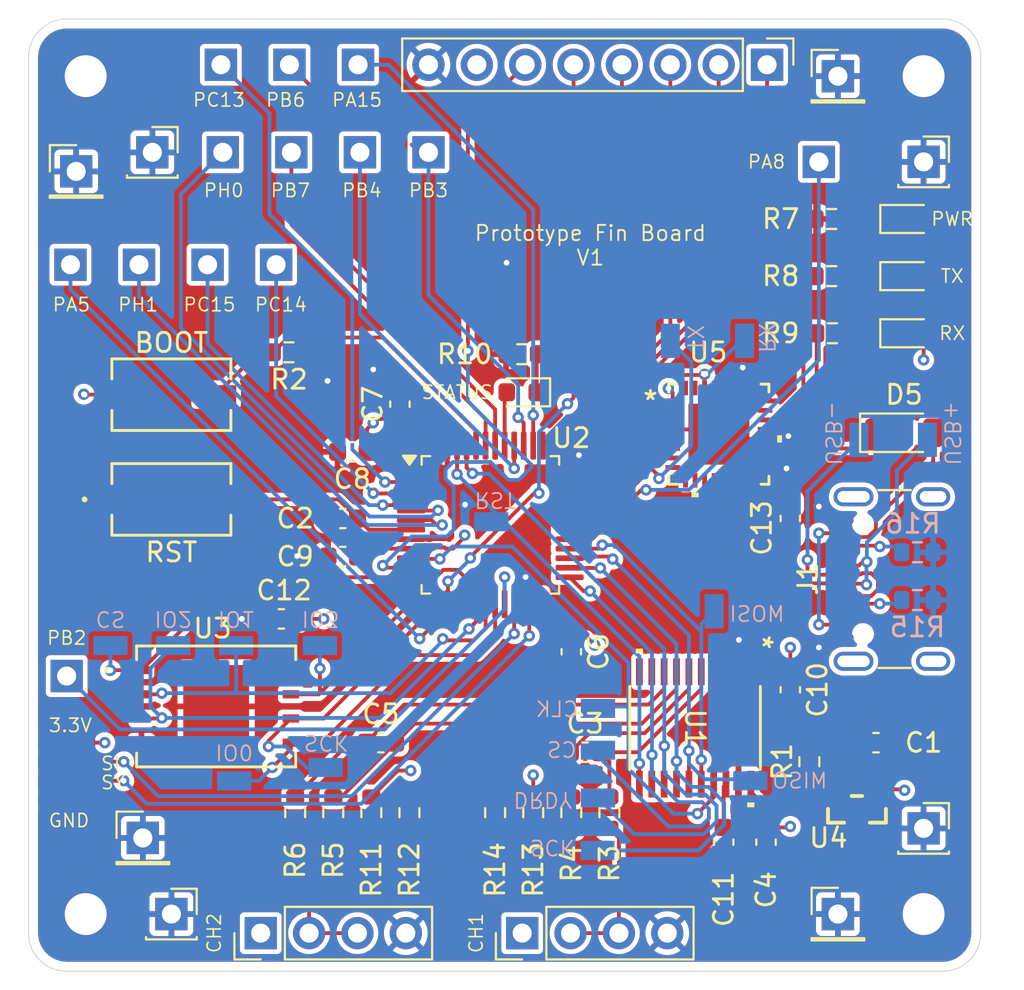
<source format=kicad_pcb>
(kicad_pcb (version 20241229) (generator "pcbnew") (generator_version "9.0")
  (layers (0 "F.Cu" signal) (4 "In1.Cu" signal) (6 "In2.Cu" signal) (2 "B.Cu" signal) (13 "F.Paste" user) (15 "B.Paste" user) (5 "F.SilkS" user "F.Silkscreen") (7 "B.SilkS" user "B.Silkscreen") (1 "F.Mask" user) (3 "B.Mask" user) (25 "Edge.Cuts" user))
  (net 0 "")
  (net 1 "Net-(U1-AIN0P)")
  (net 2 "GND")
  (net 3 "Net-(U2-NRST)")
  (net 4 "Net-(U1-AIN1N)")
  (net 5 "Net-(U1-AIN1P)")
  (net 6 "+3.3V")
  (net 7 "Net-(U1-AIN2P)")
  (net 8 "Net-(U1-AIN2N)")
  (net 9 "Net-(U1-CAP)")
  (net 10 "Net-(U5-3V3OUT)")
  (net 11 "Net-(D1-K)")
  (net 12 "Net-(D2-K)")
  (net 13 "Net-(D3-K)")
  (net 14 "Net-(D4-K)")
  (net 15 "STATUS_LED")
  (net 16 "Net-(D5-A)")
  (net 17 "+5V")
  (net 19 "Net-(J1-CC2)")
  (net 20 "USB_D-")
  (net 21 "USB_D+")
  (net 24 "Net-(J1-CC1)")
  (net 28 "GAUGE1_IN_P")
  (net 29 "GAUGE2_IN_P")
  (net 30 "~{SPI1_CS}")
  (net 31 "SPI1_MISO")
  (net 32 "SPI1_SCK")
  (net 33 "SWDIO")
  (net 34 "SPI1_MOSI")
  (net 35 "SWCLK")
  (net 36 "AVBAY_SYNC")
  (net 37 "SIGNAL")
  (net 38 "PA5")
  (net 39 "PA8")
  (net 40 "PA15")
  (net 41 "PB2")
  (net 42 "PB3")
  (net 43 "PB4")
  (net 44 "PB6")
  (net 45 "PB7")
  (net 46 "PC13")
  (net 47 "PC14")
  (net 48 "PC15")
  (net 49 "PH0")
  (net 50 "PH1")
  (net 51 "TMP_IN_P")
  (net 52 "Net-(U2-PH3)")
  (net 53 "GAUGE2_IN_N")
  (net 54 "GAUGE1_IN_N")
  (net 55 "~{TX_LED}")
  (net 56 "~{RX_LED}")
  (net 57 "SPI2_SCK")
  (net 58 "SPI2_MISO")
  (net 59 "SPI2_MOSI")
  (net 60 "~{ADC_CS}")
  (net 61 "TIM2_CH1")
  (net 62 "ADC_~{SYNC}{slash}~{RST}")
  (net 63 "~{ADC_DRDY}")
  (net 64 "QSPI_IO0")
  (net 65 "QSPI_IO1")
  (net 66 "QSPI_IO2")
  (net 67 "QSPI_IO3")
  (net 68 "~{FLASH_CS}")
  (net 69 "USART1_RX")
  (net 70 "USART1_TX")
  (net 92 "QSPI_SCK")
  (footprint "FinLib:SimpleThroughHole" (layer "F.Cu") (at 136 56.5)
    (property "Reference" "J7" (hide yes))
    (property "Value" "Conn_01x01_Pin" (hide yes))
  )
  (footprint "Connector_PinHeader_2.54mm:PinHeader_1x04_P2.54mm_Vertical" (layer "F.Cu") (at 106.69 97 90)
    (property "Reference" "J2" (hide yes))
    (property "Value" "Conn_01x04_Pin" (hide yes))
  )
  (footprint "Resistor_SMD:R_0603_1608Metric" (layer "F.Cu") (at 123 90.675 -90)
    (property "Reference" "R4")
    (property "Value" "2.5 k")
  )
  (footprint "Capacitor_SMD:C_0603_1608Metric" (layer "F.Cu") (at 114 69.225 90)
    (property "Reference" "C7")
    (property "Value" "100nF")
  )
  (footprint "FinLib:ADS131M03" (layer "F.Cu") (at 129.5 86.225 -90)
    (property "Reference" "U1")
    (property "Value" "ADS131M03QPWRQ1")
  )
  (footprint "FinLib:SimpleThroughHole" (layer "F.Cu") (at 107.5 61.9)
    (property "Reference" "J15" (hide yes))
    (property "Value" "Conn_01x01_Pin" (hide yes))
  )
  (footprint "MountingHole:MountingHole_2.2mm_M2_Pad" (layer "F.Cu") (at 97.5 96)
    (property "Reference" "H4" (hide yes))
    (property "Value" "MountingHole_Pad" (hide yes))
  )
  (footprint "Resistor_SMD:R_0603_1608Metric" (layer "F.Cu") (at 136.675 62.5)
    (property "Reference" "R8")
    (property "Value" "220")
  )
  (footprint "Resistor_SMD:R_0603_1608Metric" (layer "F.Cu") (at 121 90.675 -90)
    (property "Reference" "R13")
    (property "Value" "1 k")
  )
  (footprint "Resistor_SMD:R_0603_1608Metric" (layer "F.Cu") (at 120.4 66.6)
    (property "Reference" "R10")
    (property "Value" "220")
  )
  (footprint "FinLib:SimpleThroughHole" (layer "F.Cu") (at 111.8 51.4)
    (property "Reference" "J8" (hide yes))
    (property "Value" "Conn_01x01_Pin" (hide yes))
  )
  (footprint "Connector_PinSocket_2.54mm:PinSocket_1x01_P2.54mm_Vertical" (layer "F.Cu") (at 101 56)
    (property "Reference" "TP5" (hide yes))
    (property "Value" "TestPoint" (hide yes))
  )
  (footprint "Capacitor_SMD:C_0603_1608Metric" (layer "F.Cu") (at 134.5 75.225 -90)
    (property "Reference" "C13")
    (property "Value" "100nF")
  )
  (footprint "LED_SMD:LED_0603_1608Metric" (layer "F.Cu") (at 120.4 68.6 180)
    (property "Reference" "D4" (hide yes))
    (property "Value" "LED" (hide yes))
  )
  (footprint "Connector_PinHeader_2.54mm:PinHeader_1x01_P2.54mm_Vertical" (layer "F.Cu") (at 100.5 92)
    (property "Reference" "TP3" (hide yes))
    (property "Value" "TestPoint" (hide yes))
  )
  (footprint "FinLib:SimpleThroughHole" (layer "F.Cu") (at 96.7 61.9)
    (property "Reference" "J6" (hide yes))
    (property "Value" "Conn_01x01_Pin" (hide yes))
  )
  (footprint "Connector_PinHeader_2.54mm:PinHeader_1x01_P2.54mm_Vertical" (layer "F.Cu") (at 137 96)
    (property "Reference" "TP4" (hide yes))
    (property "Value" "TestPoint" (hide yes))
  )
  (footprint "Connector_USB:USB_C_Receptacle_GCT_USB4105-xx-A_16P_TopMnt_Horizontal" (layer "F.Cu") (at 140.925 78.405 90)
    (property "Reference" "J1")
    (property "Value" "USB_C_Receptacle_USB2.0_16P")
  )
  (footprint "Resistor_SMD:R_0603_1608Metric" (layer "F.Cu") (at 119 90.675 -90)
    (property "Reference" "R14")
    (property "Value" "1 k")
  )
  (footprint "Capacitor_SMD:C_0603_1608Metric" (layer "F.Cu") (at 111 77.225 180)
    (property "Reference" "C9")
    (property "Value" "100nF")
  )
  (footprint "Package_QFP:LQFP-48_7x7mm_P0.5mm" (layer "F.Cu") (at 118.75 75.5625)
    (property "Reference" "U2")
    (property "Value" "STM32L412C8Tx")
  )
  (footprint "Capacitor_SMD:C_0603_1608Metric" (layer "F.Cu") (at 133.225 92.225 90)
    (property "Reference" "C4")
    (property "Value" "1 uF")
  )
  (footprint "FinLib:QFN32_FT232_FTD" (layer "F.Cu") (at 130.749685 70.7993)
    (property "Reference" "U5")
    (property "Value" "FT232RNQ-REEL")
  )
  (footprint "FinLib:SimpleThroughHole" (layer "F.Cu") (at 104.7 56)
    (property "Reference" "J17" (hide yes))
    (property "Value" "Conn_01x01_Pin" (hide yes))
  )
  (footprint "Resistor_SMD:R_0603_1608Metric" (layer "F.Cu") (at 108.175 66.5 180)
    (property "Reference" "R2")
    (property "Value" "5K")
  )
  (footprint "Capacitor_SMD:C_0603_1608Metric" (layer "F.Cu") (at 131 92.225 -90)
    (property "Reference" "C11")
    (property "Value" "220 nF")
  )
  (footprint "Resistor_SMD:R_0603_1608Metric" (layer "F.Cu") (at 136.7125 65.5)
    (property "Reference" "R9")
    (property "Value" "220")
  )
  (footprint "FinLib:SimpleThroughHole" (layer "F.Cu") (at 96.5 83.5)
    (property "Reference" "J9" (hide yes))
    (property "Value" "Conn_01x01_Pin" (hide yes))
  )
  (footprint "Resistor_SMD:R_0603_1608Metric" (layer "F.Cu") (at 114.5 90.675 90)
    (property "Reference" "R12")
    (property "Value" "1 k")
  )
  (footprint "Resistor_SMD:R_0603_1608Metric" (layer "F.Cu") (at 135.5 88 90)
    (property "Reference" "R1")
    (property "Value" "10 k")
  )
  (footprint "MountingHole:MountingHole_2.2mm_M2_Pad" (layer "F.Cu") (at 141.5 96)
    (property "Reference" "H3" (hide yes))
    (property "Value" "MountingHole_Pad" (hide yes))
  )
  (footprint "FinLib:SimpleThroughHole" (layer "F.Cu") (at 111.9 56)
    (property "Reference" "J11" (hide yes))
    (property "Value" "Conn_01x01_Pin" (hide yes))
  )
  (footprint "Capacitor_SMD:C_0603_1608Metric" (layer "F.Cu") (at 123 82.225 -90)
    (property "Reference" "C6")
    (property "Value" "100nF")
  )
  (footprint "Connector_PinSocket_2.54mm:PinSocket_1x01_P2.54mm_Vertical" (layer "F.Cu") (at 141.5 91.5)
    (property "Reference" "TP7" (hide yes))
    (property "Value" "TestPoint" (hide yes))
  )
  (footprint "Connector_PinSocket_2.54mm:PinSocket_1x01_P2.54mm_Vertical" (layer "F.Cu") (at 102 96)
    (property "Reference" "TP8" (hide yes))
    (property "Value" "TestPoint" (hide yes))
  )
  (footprint "FinLib:SimpleThroughHole" (layer "F.Cu") (at 100.3 61.9)
    (property "Reference" "J18" (hide yes))
    (property "Value" "Conn_01x01_Pin" (hide yes))
  )
  (footprint "FinLib:SimpleThroughHole" (layer "F.Cu") (at 108.2 51.4)
    (property "Reference" "J12" (hide yes))
    (property "Value" "Conn_01x01_Pin" (hide yes))
  )
  (footprint "MountingHole:MountingHole_2.2mm_M2_Pad" (layer "F.Cu") (at 97.5 52)
    (property "Reference" "H1" (hide yes))
    (property "Value" "MountingHole_Pad" (hide yes))
  )
  (footprint "Resistor_SMD:R_0603_1608Metric" (layer "F.Cu") (at 112.5 90.675 90)
    (property "Reference" "R11")
    (property "Value" "1 k")
  )
  (footprint "FinLib:SimpleThroughHole" (layer "F.Cu") (at 115.5 56)
    (property "Reference" "J10" (hide yes))
    (property "Value" "Conn_01x01_Pin" (hide yes))
  )
  (footprint "Connector_PinSocket_2.54mm:PinSocket_1x01_P2.54mm_Vertical" (layer "F.Cu") (at 141.5 56.5)
    (property "Reference" "TP6" (hide yes))
    (property "Value" "TestPoint" (hide yes))
  )
  (footprint "Resistor_SMD:R_0603_1608Metric" (layer "F.Cu") (at 136.675 59.5 180)
    (property "Reference" "R7")
    (property "Value" "220")
  )
  (footprint "Connector_PinHeader_2.54mm:PinHeader_1x08_P2.54mm_Vertical" (layer "F.Cu") (at 133.28 51.4 -90)
    (property "Reference" "J4" (hide yes))
    (property "Value" "Conn_01x08_Pin" (hide yes))
  )
  (footprint "Connector_PinHeader_2.54mm:PinHeader_1x04_P2.54mm_Vertical" (layer "F.Cu") (at 120.42 97 90)
    (property "Reference" "J3" (hide yes))
    (property "Value" "Conn_01x04_Pin" (hide yes))
  )
  (footprint "Resistor_SMD:R_0603_1608Metric" (layer "F.Cu") (at 108.5 90.675 -90)
    (property "Reference" "R6")
    (property "Value" "2.5 k")
  )
  (footprint "FinLib:SimpleThroughHole" (layer "F.Cu") (at 103.9 61.9)
    (property "Reference" "J16" (hide yes))
    (property "Value" "Conn_01x01_Pin" (hide yes))
  )
  (footprint "Capacitor_SMD:C_0603_1608Metric" (layer "F.Cu") (at 123.725 87.5 180)
    (property "Reference" "C3")
    (property "Value" "10 nF")
  )
  (footprint "Capacitor_SMD:C_0603_1608Metric" (layer "F.Cu") (at 134.5 84.225 -90)
    (property "Reference" "C10")
    (property "Value" "1 uF")
  )
  (footprint "FinLib:SimpleThroughHole" (layer "F.Cu") (at 104.6 51.4)
    (property "Reference" "J14" (hide yes))
    (property "Value" "Conn_01x01_Pin" (hide yes))
  )
  (footprint "FinLib:FlexCable" (layer "F.Cu") (at 101.6 88.5 -90)
    (property "Reference" "J5" (hide yes))
    (property "Value" "Conn_01x04_Pin" (hide yes))
  )
  (footprint "LED_SMD:LED_0603_1608Metric" (layer "F.Cu") (at 140.7125 62.5)
    (property "Reference" "D2" (hide yes))
    (property "Value" "LED" (hide yes))
  )
  (footprint "MountingHole:MountingHole_2.2mm_M2_Pad" (layer "F.Cu") (at 141.5 52)
    (property "Reference" "H2" (hide yes))
    (property "Value" "MountingHole_Pad" (hide yes))
  )
  (footprint "FinLib:TMP235A4DBZR" (layer "F.Cu") (at 138 90.5 -90)
    (property "Reference" "U4")
    (property "Value" "TMP235A4DBZR")
  )
  (footprint "Connector_PinHeader_2.54mm:PinHeader_1x01_P2.54mm_Vertical" (layer "F.Cu") (at 137 52)
    (property "Reference" "TP1" (hide yes))
    (property "Value" "TestPoint" (hide yes))
  )
  (footprint "Resistor_SMD:R_0603_1608Metric" (layer "F.Cu") (at 110.5 90.675 90)
    (property "Reference" "R5")
    (property "Value" "2.5 k")
  )
  (footprint "Connector_PinHeader_2.54mm:PinHeader_1x01_P2.54mm_Vertical" (layer "F.Cu") (at 97 57)
    (property "Reference" "TP2" (hide yes))
    (property "Value" "TestPoint" (hide yes))
  )
  (footprint "FinLib:SimpleThroughHole" (layer "F.Cu") (at 108.3 56)
    (property "Reference" "J13" (hide yes))
    (property "Value" "Conn_01x01_Pin" (hide yes))
  )
  (footprint "FinLib:SW_FSM2JMTR_TEC" (layer "F.Cu") (at 102 74.225)
    (property "Reference" "SW1" (hide yes))
    (property "Value" "SW_Push" (hide yes))
  )
  (footprint "Capacitor_SMD:C_0603_1608Metric" (layer "F.Cu") (at 113 87 180)
    (property "Reference" "C5")
    (property "Value" "10 nF")
  )
  (footprint "Capacitor_SMD:C_0603_1608Metric" (layer "F.Cu") (at 107.775 80.5 180)
    (property "Reference" "C12")
    (property "Value" "100nF")
  )
  (footprint "Capacitor_SMD:C_0603_1608Metric" (layer "F.Cu") (at 111 75.225)
    (property "Reference" "C2")
    (property "Value" "100nF")
  )
  (footprint "FinLib:SW_FSM2JMTR_TEC" (layer "F.Cu") (at 102 68.725)
    (property "Reference" "SW2" (hide yes))
    (property "Value" "SW_Push" (hide yes))
  )
  (footprint "Capacitor_SMD:C_0603_1608Metric" (layer "F.Cu") (at 111.5 71.725 180)
    (property "Reference" "C8")
    (property "Value" "100nF")
  )
  (footprint "FinLib:WSON8_8x6_E_WIN" (layer "F.Cu") (at 104.3507 85.095)
    (property "Reference" "U3")
    (property "Value" "W25N512GVEIG")
  )
  (footprint "Resistor_SMD:R_0603_1608Metric" (layer "F.Cu") (at 125 90.675 90)
    (property "Reference" "R3")
    (property "Value" "2.5 k")
  )
  (footprint "LED_SMD:LED_0603_1608Metric" (layer "F.Cu") (at 140.7125 65.5)
    (property "Reference" "D3" (hide yes))
    (property "Value" "LED" (hide yes))
  )
  (footprint "LED_SMD:LED_0603_1608Metric" (layer "F.Cu") (at 140.7125 59.5)
    (property "Reference" "D1" (hide yes))
    (property "Value" "LED" (hide yes))
  )
  (footprint "Capacitor_SMD:C_0603_1608Metric" (layer "F.Cu") (at 139 87)
    (property "Reference" "C1")
    (property "Value" "10 nF")
  )
  (footprint "Diode_SMD:D_PowerDI-123" (layer "F.Cu") (at 140.475 70.725)
    (property "Reference" "D5")
    (property "Value" "DFLS160-7")
  )
  (footprint "FinLib:TestPoint" (layer "B.Cu") (at 98.83 76.64 180)
    (property "Reference" "TP21" (hide yes))
    (property "Value" "TestPoint" (hide yes))
  )
  (footprint "FinLib:TestPoint" (layer "B.Cu") (at 124.43 84.64 180)
    (property "Reference" "TP15" (hide yes))
    (property "Value" "TestPoint" (hide yes))
  )
  (footprint "FinLib:TestPoint" (layer "B.Cu") (at 126.84 65.87 -90)
    (property "Reference" "TP22" (hide yes))
    (property "Value" "TestPoint" (hide yes))
  )
  (footprint "FinLib:TestPoint" (layer "B.Cu") (at 105.43 76.64 180)
    (property "Reference" "TP18" (hide yes))
    (property "Value" "TestPoint" (hide yes))
  )
  (footprint "FinLib:TestPoint" (layer "B.Cu") (at 124.37 92.655)
    (property "Reference" "TP12" (hide yes))
    (property "Value" "TestPoint" (hide yes))
  )
  (footprint "FinLib:TestPoint" (layer "B.Cu") (at 122.94 65.87 -90)
    (property "Reference" "TP23" (hide yes))
    (property "Value" "TestPoint" (hide yes))
  )
  (footprint "FinLib:TestPoint" (layer "B.Cu") (at 109.83 76.64 180)
    (property "Reference" "TP20" (hide yes))
    (property "Value" "TestPoint" (hide yes))
  )
  (footprint "FinLib:TestPoint" (layer "B.Cu") (at 110.13 83.04 180)
    (property "Reference" "TP16" (hide yes))
    (property "Value" "TestPoint" (hide yes))
  )
  (footprint "FinLib:TestPoint" (layer "B.Cu") (at 136.44 71.07 -90)
    (property "Reference" "TP24" (hide yes))
    (property "Value" "TestPoint" (hide yes))
  )
  (footprint "Resistor_SMD:R_0603_1608Metric" (layer "B.Cu") (at 141.175 77)
    (property "Reference" "R16")
    (property "Value" "5.1k")
  )
  (footprint "FinLib:TestPoint" (layer "B.Cu") (at 105.33 83.745 180)
    (property "Reference" "TP17" (hide yes))
    (property "Value" "TestPoint" (hide yes))
  )
  (footprint "FinLib:TestPoint" (layer "B.Cu") (at 102.13 76.64 180)
    (property "Reference" "TP19" (hide yes))
    (property "Value" "TestPoint" (hide yes))
  )
  (footprint "FinLib:TestPoint" (layer "B.Cu") (at 132.37 94.26)
    (property "Reference" "TP10" (hide yes))
    (property "Value" "TestPoint" (hide yes))
  )
  (footprint "FinLib:TestPoint" (layer "B.Cu") (at 118.83 70.14 180)
    (property "Reference" "TP14" (hide yes))
    (property "Value" "TestPoint" (hide yes))
  )
  (footprint "FinLib:TestPoint" (layer "B.Cu") (at 132.84 71.07 -90)
    (property "Reference" "TP25" (hide yes))
    (property "Value" "TestPoint" (hide yes))
  )
  (footprint "Resistor_SMD:R_0603_1608Metric" (layer "B.Cu") (at 141.175 79.51)
    (property "Reference" "R15")
    (property "Value" "5.1k")
  )
  (footprint "FinLib:TestPoint" (layer "B.Cu") (at 125.24 80.07 -90)
    (property "Reference" "TP11" (hide yes))
    (property "Value" "TestPoint" (hide yes))
  )
  (footprint "FinLib:TestPoint" (layer "B.Cu") (at 124.4 87.395 180)
    (property "Reference" "TP9" (hide yes))
    (property "Value" "TestPoint" (hide yes))
  )
  (footprint "FinLib:TestPoint" (layer "B.Cu") (at 124.37 90.46)
    (property "Reference" "TP13" (hide yes))
    (property "Value" "TestPoint" (hide yes))
  )
  (gr_arc (start 94.5 51) (mid 95.085786 49.585786) (end 96.5 49) (stroke (width 0.05)) (layer "Edge.Cuts"))
  (gr_arc (start 96.5 99) (mid 95.085786 98.414214) (end 94.5 97) (stroke (width 0.05)) (layer "Edge.Cuts"))
  (gr_arc (start 142.5 49) (mid 143.914214 49.585786) (end 144.5 51) (stroke (width 0.05)) (layer "Edge.Cuts"))
  (gr_line (start 144.5 51) (end 144.5 97) (stroke (width 0.05)) (layer "Edge.Cuts"))
  (gr_line (start 142.5 99) (end 96.5 99) (stroke (width 0.05)) (layer "Edge.Cuts"))
  (gr_line (start 94.5 97) (end 94.5 51) (stroke (width 0.05)) (layer "Edge.Cuts"))
  (gr_line (start 96.5 49) (end 142.5 49) (stroke (width 0.05)) (layer "Edge.Cuts"))
  (gr_arc (start 144.5 97) (mid 143.914214 98.414214) (end 142.5 99) (stroke (width 0.05)) (layer "Edge.Cuts"))
  (gr_text "GND" (at 95.5 91.5 0) (layer "F.SilkS") (effects (font (size 0.7 0.7) (thickness 0.0875)) (justify left bottom)))
  (gr_text "Prototype Fin Board\nV1" (at 124 62 0) (layer "F.SilkS") (effects (font (size 0.8 0.8) (thickness 0.1)) (justify bottom)))
  (gr_text "3.3V" (at 95.5 86.5 0) (layer "F.SilkS") (effects (font (size 0.7 0.7) (thickness 0.0875)) (justify left bottom)))
  (gr_text "SY" (at 98.25 89.5 0) (layer "F.SilkS") (effects (font (size 0.7 0.7) (thickness 0.0875)) (justify left bottom)))
  (gr_text "SI" (at 98.25 88.5 0) (layer "F.SilkS") (effects (font (size 0.7 0.7) (thickness 0.0875)) (justify left bottom)))
  (segment (start 133.947901 87) (end 138.225 87) (width 0.2) (layer "F.Cu") (net 1))
  (segment (start 131.125001 83.27225) (end 131.125001 84.1771) (width 0.2) (layer "F.Cu") (net 1))
  (segment (start 131.125001 84.1771) (end 133.947901 87) (width 0.2) (layer "F.Cu") (net 1))
  (segment (start 133.175385 72.549741) (end 134.249741 72.549741) (width 0.2) (layer "F.Cu") (net 2))
  (segment (start 133.175385 71.049363) (end 134.250637 71.049363) (width 0.2) (layer "F.Cu") (net 2))
  (segment (start 134.249741 72.549741) (end 134.3 72.6) (width 0.2) (layer "F.Cu") (net 2))
  (segment (start 107 80.5) (end 105.7 80.5) (width 0.2) (layer "F.Cu") (net 2))
  (segment (start 137.245 81.605) (end 136.395 81.605) (width 0.2) (layer "F.Cu") (net 2))
  (segment (start 110.225 77.225) (end 108.625 77.225) (width 0.2) (layer "F.Cu") (net 2))
  (segment (start 122.141176 73.3125) (end 121.874 73.045324) (width 0.2) (layer "F.Cu") (net 2))
  (segment (start 133.168644 72.543) (end 132.493385 72.543) (width 0.2) (layer "F.Cu") (net 2))
  (segment (start 131.774999 81.625001) (end 131.8 81.6) (width 0.2) (layer "F.Cu") (net 2))
  (segment (start 132 68.3736) (end 132 69.548985) (width 0.2) (layer "F.Cu") (net 2))
  (segment (start 136.395 81.605) (end 136 82) (width 0.2) (layer "F.Cu") (net 2))
  (segment (start 131.774999 83.27225) (end 131.774999 81.625001) (width 0.2) (layer "F.Cu") (net 2))
  (segment (start 132 68.3736) (end 132 67.300002) (width 0.2) (layer "F.Cu") (net 2))
  (segment (start 114.5875 76.3125) (end 116.326443 76.3125) (width 0.2) (layer "F.Cu") (net 2))
  (segment (start 134.3 76) (end 134.5 76) (width 0.2) (layer "F.Cu") (net 2))
  (segment (start 130.499622 70.549237) (end 130.749685 70.7993) (width 0.2) (layer "F.Cu") (net 2))
  (segment (start 122.9125 73.3125) (end 122.141176 73.3125) (width 0.2) (layer "F.Cu") (net 2))
  (segment (start 121.874 72.438501) (end 122.412501 71.9) (width 0.2) (layer "F.Cu") (net 2))
  (segment (start 121 79.725) (end 121 78.7) (width 0.2) (layer "F.Cu") (net 2))
  (segment (start 117.420778 75.218165) (end 117.420778 74.5) (width 0.2) (layer "F.Cu") (net 2))
  (segment (start 136.605 75.205) (end 136 74.6) (width 0.2) (layer "F.Cu") (net 2))
  (segment (start 122.412501 71.9) (end 123.4 71.9) (width 0.2) (layer "F.Cu") (net 2))
  (segment (start 134.250637 71.049363) (end 134.4 70.9) (width 0.2) (layer "F.Cu") (net 2))
  (segment (start 116.326443 76.3125) (end 117.420778 75.218165) (width 0.2) (layer "F.Cu") (net 2))
  (segment (start 132.493385 72.543) (end 130.749685 70.7993) (width 0.2) (layer "F.Cu") (net 2))
  (segment (start 132 69.548985) (end 130.749685 70.7993) (width 0.2) (layer "F.Cu") (net 2))
  (segment (start 121 78.7) (end 120.6 78.3) (width 0.2) (layer "F.Cu") (net 2))
  (segment (start 130.999748 71.049363) (end 130.749685 70.7993) (width 0.2) (layer "F.Cu") (net 2))
  (segment (start 134.5 76) (end 135.9 74.6) (width 0.2) (layer "F.Cu") (net 2))
  (segment (start 128.323985 70.549237) (end 130.499622 70.549237) (width 0.2) (layer "F.Cu") (net 2))
  (segment (start 133.175385 72.549741) (end 133.168644 72.543) (width 0.2) (layer "F.Cu") (net 2))
  (segment (start 133.175385 71.049363) (end 130.999748 71.049363) (width 0.2) (layer "F.Cu") (net 2))
  (segment (start 121.874 73.045324) (end 121.874 72.438501) (width 0.2) (layer "F.Cu") (net 2))
  (segment (start 108.625 77.225) (end 108.6 77.2) (width 0.2) (layer "F.Cu") (net 2))
  (segment (start 137.245 75.205) (end 136.605 75.205) (width 0.2) (layer "F.Cu") (net 2))
  (segment (start 135.9 74.6) (end 136 74.6) (width 0.2) (layer "F.Cu") (net 2))
  (via (at 123.4 71.9) (size 0.6) (drill 0.3) (layers "F.Cu" "B.Cu") (net 2))
  (via (at 132 67.300002) (size 0.6) (drill 0.3) (layers "F.Cu" "B.Cu") (net 2))
  (via (at 112.6 67.4) (size 0.6) (drill 0.3) (layers "F.Cu" "B.Cu") (net 2))
  (via (at 108.6 77.2) (size 0.6) (drill 0.3) (layers "F.Cu" "B.Cu") (net 2))
  (via (at 136 82) (size 0.6) (drill 0.3) (layers "F.Cu" "B.Cu") (net 2))
  (via (at 117.420778 74.5) (size 0.6) (drill 0.3) (layers "F.Cu" "B.Cu") (net 2))
  (via (at 105.7 80.5) (size 0.6) (drill 0.3) (layers "F.Cu" "B.Cu") (net 2))
  (via (at 120.6 78.3) (size 0.6) (drill 0.3) (layers "F.Cu" "B.Cu") (net 2))
  (via (at 131.8 81.6) (size 0.6) (drill 0.3) (layers "F.Cu" "B.Cu") (net 2))
  (via (at 134.3 72.6) (size 0.6) (drill 0.3) (layers "F.Cu" "B.Cu") (net 2))
  (via (at 110.2 68) (size 0.6) (drill 0.3) (layers "F.Cu" "B.Cu") (net 2))
  (via (at 136 74.6) (size 0.6) (drill 0.3) (layers "F.Cu" "B.Cu") (net 2))
  (via (at 119.6 61.8) (size 0.6) (drill 0.3) (layers "F.Cu" "B.Cu") (net 2))
  (via (at 134.4 70.9) (size 0.6) (drill 0.3) (layers "F.Cu" "B.Cu") (net 2))
  (segment (start 114.5875 75.8125) (end 112.3625 75.8125) (width 0.2) (layer "F.Cu") (net 3))
  (segment (start 111.775 75.225) (end 110.775 74.225) (width 0.2) (layer "F.Cu") (net 3))
  (segment (start 112.3625 75.8125) (end 111.775 75.225) (width 0.2) (layer "F.Cu") (net 3))
  (segment (start 110.775 74.225) (end 104.3495 74.225) (width 0.2) (layer "F.Cu") (net 3))
  (segment (start 126.502101 87.5) (end 129.825001 84.1771) (width 0.2) (layer "F.Cu") (net 4))
  (segment (start 124.5 87.5) (end 126.502101 87.5) (width 0.2) (layer "F.Cu") (net 4))
  (segment (start 125 89.85) (end 125 88) (width 0.2) (layer "F.Cu") (net 4))
  (segment (start 129.825001 84.1771) (end 129.825001 83.27225) (width 0.2) (layer "F.Cu") (net 4))
  (segment (start 125 88) (end 124.5 87.5) (width 0.2) (layer "F.Cu") (net 4))
  (segment (start 126.852102 86.5) (end 129.175002 84.1771) (width 0.2) (layer "F.Cu") (net 5))
  (segment (start 129.175002 84.1771) (end 129.175002 83.27225) (width 0.2) (layer "F.Cu") (net 5))
  (segment (start 122.95 87.5) (end 123.95 86.5) (width 0.2) (layer "F.Cu") (net 5))
  (segment (start 123.95 86.5) (end 126.852102 86.5) (width 0.2) (layer "F.Cu") (net 5))
  (segment (start 123 89.85) (end 123 87.55) (width 0.2) (layer "F.Cu") (net 5))
  (segment (start 123 87.55) (end 122.95 87.5) (width 0.2) (layer "F.Cu") (net 5))
  (segment (start 133.225 90.375) (end 133.225 91.45) (width 0.2) (layer "F.Cu") (net 6))
  (segment (start 114 70) (end 112.8 70) (width 0.2) (layer "F.Cu") (net 6))
  (segment (start 116.348943 76.749) (end 116.412443 76.8125) (width 0.2) (layer "F.Cu") (net 6))
  (segment (start 117.4 76.2) (end 117.4 76.099) (width 0.2) (layer "F.Cu") (net 6))
  (segment (start 134.45 91.45) (end 134.5 91.4) (width 0.2) (layer "F.Cu") (net 6))
  (segment (start 114.5875 72.8125) (end 113.5 71.725) (width 0.2) (layer "F.Cu") (net 6))
  (segment (start 113.885686 88.464314) (end 114.564314 88.464314) (width 0.2) (layer "F.Cu") (net 6))
  (segment (start 128.323985 69.048859) (end 128.323985 68.623985) (width 0.2) (layer "F.Cu") (net 6))
  (segment (start 132.424998 89.17775) (end 132.424998 89.574998) (width 0.2) (layer "F.Cu") (net 6))
  (segment (start 128.323985 68.623985) (end 128.1 68.4) (width 0.2) (layer "F.Cu") (net 6))
  (segment (start 115.787557 76.8125) (end 115.851057 76.749) (width 0.2) (layer "F.Cu") (net 6))
  (segment (start 114.6 70) (end 114 70) (width 0.2) (layer "F.Cu") (net 6))
  (segment (start 112.1875 76.8125) (end 114.5875 76.8125) (width 0.2) (layer "F.Cu") (net 6))
  (segment (start 112.8 70) (end 112.600764 70.199236) (width 0.2) (layer "F.Cu") (net 6))
  (segment (start 141.5 65.5) (end 141.5 66.9) (width 0.2) (layer "F.Cu") (net 6))
  (segment (start 115.851057 76.749) (end 116.348943 76.749) (width 0.2) (layer "F.Cu") (net 6))
  (segment (start 99.6505 68.725) (end 97.425 68.725) (width 0.2) (layer "F.Cu") (net 6))
  (segment (start 108.275 83.19) (end 108.275 80.775) (width 0.2) (layer "F.Cu") (net 6))
  (segment (start 134.32225 83.27225) (end 134.5 83.45) (width 0.2) (layer "F.Cu") (net 6))
  (segment (start 123.80147 81.45) (end 124.225735 81.874265) (width 0.2) (layer "F.Cu") (net 6))
  (segment (start 112.275 71.725) (end 112.275 70.525) (width 0.2) (layer "F.Cu") (net 6))
  (segment (start 134.5 83.45) (end 134.5 82) (width 0.2) (layer "F.Cu") (net 6))
  (segment (start 141.5 62.5) (end 141.5 59.5) (width 0.2) (layer "F.Cu") (net 6))
  (segment (start 121 89.85) (end 121 88.7) (width 0.2) (layer "F.Cu") (net 6))
  (segment (start 111.775 77.225) (end 112.1875 76.8125) (width 0.2) (layer "F.Cu") (net 6))
  (segment (start 116.7875 76.8125) (end 117.4 76.2) (width 0.2) (layer "F.Cu") (net 6))
  (segment (start 112.275 70.525) (end 112.600764 70.199236) (width 0.2) (layer "F.Cu") (net 6))
  (segment (start 113.5 71.725) (end 112.275 71.725) (width 0.2) (layer "F.Cu") (net 6))
  (segment (start 141.5 65.5) (end 141.5 62.5) (width 0.2) (layer "F.Cu") (net 6))
  (segment (start 116 71.4) (end 114.6 70) (width 0.2) (layer "F.Cu") (net 6))
  (segment (start 140.45 89.45) (end 140.5 89.5) (width 0.2) (layer "F.Cu") (net 6))
  (segment (start 108.275 80.775) (end 108.55 80.5) (width 0.2) (layer "F.Cu") (net 6))
  (segment (start 138.950001 89.45) (end 140.45 89.45) (width 0.2) (layer "F.Cu") (net 6))
  (segment (start 132.424998 89.574998) (end 133.225 90.375) (width 0.2) (layer "F.Cu") (net 6))
  (segment (start 116.412443 76.8125) (end 116.7875 76.8125) (width 0.2) (layer "F.Cu") (net 6))
  (segment (start 133.225 91.45) (end 134.45 91.45) (width 0.2) (layer "F.Cu") (net 6))
  (segment (start 96.5 87) (end 98.5 87) (width 0.2) (layer "F.Cu") (net 6))
  (segment (start 123 81.225) (end 123 81.45) (width 0.2) (layer "F.Cu") (net 6))
  (segment (start 132.425 83.27225) (end 134.32225 83.27225) (width 0.2) (layer "F.Cu") (net 6))
  (segment (start 121.5 79.725) (end 123 81.225) (width 0.2) (layer "F.Cu") (net 6))
  (segment (start 97.425 68.725) (end 97.4 68.7) (width 0.2) (layer "F.Cu") (net 6))
  (segment (start 112.5 89.85) (end 113.885686 88.464314) (width 0.2) (layer "F.Cu") (net 6))
  (segment (start 108.55 80.5) (end 110 80.5) (width 0.2) (layer "F.Cu") (net 6))
  (segment (start 114.5875 76.8125) (end 115.787557 76.8125) (width 0.2) (layer "F.Cu") (net 6))
  (segment (start 123 81.45) (end 123.80147 81.45) (width 0.2) (layer "F.Cu") (net 6))
  (via (at 98.5 87) (size 0.6) (drill 0.3) (layers "F.Cu" "B.Cu") (net 6))
  (via (at 134.5 82) (size 0.6) (drill 0.3) (layers "F.Cu" "B.Cu") (net 6))
  (via (at 121 88.7) (size 0.6) (drill 0.3) (layers "F.Cu" "B.Cu") (net 6))
  (via (at 141.5 66.9) (size 0.6) (drill 0.3) (layers "F.Cu" "B.Cu") (net 6))
  (via (at 140.5 89.5) (size 0.6) (drill 0.3) (layers "F.Cu" "B.Cu") (net 6))
  (via (at 114.564314 88.464314) (size 0.6) (drill 0.3) (layers "F.Cu" "B.Cu") (net 6))
  (via (at 117.4 76.099) (size 0.6) (drill 0.3) (layers "F.Cu" "B.Cu") (net 6))
  (via (at 124.225735 81.874265) (size 0.6) (drill 0.3) (layers "F.Cu" "B.Cu") (net 6))
  (via (at 112.600764 70.199236) (size 0.6) (drill 0.3) (layers "F.Cu" "B.Cu") (net 6))
  (via (at 97.4 68.7) (size 0.6) (drill 0.3) (layers "F.Cu" "B.Cu") (net 6))
  (via (at 134.5 91.4) (size 0.6) (drill 0.3) (layers "F.Cu" "B.Cu") (net 6))
  (via (at 110 80.5) (size 0.6) (drill 0.3) (layers "F.Cu" "B.Cu") (net 6))
  (via (at 128.1 68.4) (size 0.6) (drill 0.3) (layers "F.Cu" "B.Cu") (net 6))
  (segment (start 114.775 86) (end 126.702101 86) (width 0.2) (layer "F.Cu") (net 7))
  (segment (start 110.925 89.85) (end 113.775 87) (width 0.2) (layer "F.Cu") (net 7))
  (segment (start 126.702101 86) (end 128.525001 84.1771) (width 0.2) (layer "F.Cu") (net 7))
  (segment (start 110.5 89.85) (end 110.925 89.85) (width 0.2) (layer "F.Cu") (net 7))
  (segment (start 128.525001 84.1771) (end 128.525001 83.27225) (width 0.2) (layer "F.Cu") (net 7))
  (segment (start 113.775 87) (end 114.775 86) (width 0.2) (layer "F.Cu") (net 7))
  (segment (start 108.5 89.85) (end 111.35 87) (width 0.2) (layer "F.Cu") (net 8))
  (segment (start 111.35 87) (end 112.225 87) (width 0.2) (layer "F.Cu") (net 8))
  (segment (start 112.225 87) (end 114.225 85) (width 0.2) (layer "F.Cu") (net 8))
  (segment (start 127.052102 85) (end 127.875002 84.1771) (width 0.2) (layer "F.Cu") (net 8))
  (segment (start 114.225 85) (end 127.052102 85) (width 0.2) (layer "F.Cu") (net 8))
  (segment (start 127.875002 84.1771) (end 127.875002 83.27225) (width 0.2) (layer "F.Cu") (net 8))
  (segment (start 131 91.45) (end 131 89.302748) (width 0.2) (layer "F.Cu") (net 9))
  (segment (start 131 89.302748) (end 131.124998 89.17775) (width 0.2) (layer "F.Cu") (net 9))
  (segment (start 133.275 73.225) (end 134.5 74.45) (width 0.2) (layer "F.Cu") (net 10))
  (segment (start 132.500126 73.225) (end 133.275 73.225) (width 0.2) (layer "F.Cu") (net 10))
  (segment (start 137.5 59.5) (end 139.925 59.5) (width 0.2) (layer "F.Cu") (net 11))
  (segment (start 137.5 62.5) (end 139.925 62.5) (width 0.2) (layer "F.Cu") (net 12))
  (segment (start 137.5375 65.5) (end 139.925 65.5) (width 0.2) (layer "F.Cu") (net 13))
  (segment (start 121.1875 66.6375) (end 121.225 66.6) (width 0.2) (layer "F.Cu") (net 14))
  (segment (start 121.1875 68.6) (end 121.1875 66.6375) (width 0.2) (layer "F.Cu") (net 14))
  (segment (start 119.5 68.7125) (end 119.6125 68.6) (width 0.2) (layer "F.Cu") (net 15))
  (segment (start 119.5 71.4) (end 119.5 68.7125) (width 0.2) (layer "F.Cu") (net 15))
  (segment (start 138.996 75.234992) (end 138.996 75.795008) (width 0.2) (layer "F.Cu") (net 16))
  (segment (start 138.591008 76.2) (end 137.44 76.2) (width 0.2) (layer "F.Cu") (net 16))
  (segment (start 138.996 75.795008) (end 138.591008 76.2) (width 0.2) (layer "F.Cu") (net 16))
  (segment (start 137.245 80.805) (end 136.005 80.805) (width 0.2) (layer "F.Cu") (net 16))
  (segment (start 137.24 76) (end 137.245 76.005) (width 0.2) (layer "F.Cu") (net 16))
  (segment (start 142 70.725) (end 142 72.230992) (width 0.2) (layer "F.Cu") (net 16))
  (segment (start 142 72.230992) (end 138.996 75.234992) (width 0.2) (layer "F.Cu") (net 16))
  (segment (start 137.44 76.2) (end 137.245 76.005) (width 0.2) (layer "F.Cu") (net 16))
  (segment (start 136 76) (end 137.24 76) (width 0.2) (layer "F.Cu") (net 16))
  (segment (start 136.005 80.805) (end 136 80.8) (width 0.2) (layer "F.Cu") (net 16))
  (via (at 136 80.8) (size 0.6) (drill 0.3) (layers "F.Cu" "B.Cu") (net 16))
  (via (at 136 76) (size 0.6) (drill 0.3) (layers "F.Cu" "B.Cu") (net 16))
  (segment (start 136 80.8) (end 136 76) (width 0.2) (layer "B.Cu") (net 16))
  (segment (start 138.800511 71.549489) (end 139.625 70.725) (width 0.2) (layer "F.Cu") (net 17))
  (segment (start 133.175385 71.549489) (end 138.800511 71.549489) (width 0.2) (layer "F.Cu") (net 17))
  (segment (start 138.955 76.655) (end 137.245 76.655) (width 0.2) (layer "F.Cu") (net 19))
  (segment (start 139.2 76.7) (end 139 76.7) (width 0.2) (layer "F.Cu") (net 19))
  (segment (start 139 76.7) (end 138.955 76.655) (width 0.2) (layer "F.Cu") (net 19))
  (via (at 139.2 76.7) (size 0.6) (drill 0.3) (layers "F.Cu" "B.Cu") (net 19))
  (segment (start 139.2 76.7) (end 140.05 76.7) (width 0.2) (layer "B.Cu") (net 19))
  (segment (start 140.05 76.7) (end 140.35 77) (width 0.2) (layer "B.Cu") (net 19))
  (segment (start 138.2671 78.1) (end 138.2121 78.155) (width 0.2) (layer "F.Cu") (net 20))
  (segment (start 138.105057 79.155) (end 138.251057 79.301) (width 0.2) (layer "F.Cu") (net 20))
  (segment (start 135.4 78.18) (end 135.4 77.4) (width 0.2) (layer "F.Cu") (net 20))
  (segment (start 137.245 78.155) (end 136.382499 78.155) (width 0.2) (layer "F.Cu") (net 20))
  (segment (start 136.382499 78.155) (end 136.357499 78.18) (width 0.2) (layer "F.Cu") (net 20))
  (segment (start 139.101 78.948943) (end 139.101 78.451057) (width 0.2) (layer "F.Cu") (net 20))
  (segment (start 134.998198 78.18) (end 131.974937 75.156739) (width 0.2) (layer "F.Cu") (net 20))
  (segment (start 132 73.796501) (end 132 73.225) (width 0.2) (layer "F.Cu") (net 20))
  (segment (start 138.2121 78.155) (end 137.245 78.155) (width 0.2) (layer "F.Cu") (net 20))
  (segment (start 136.357499 78.18) (end 135.4 78.18) (width 0.2) (layer "F.Cu") (net 20))
  (segment (start 138.749943 78.1) (end 138.2671 78.1) (width 0.2) (layer "F.Cu") (net 20))
  (segment (start 138.251057 79.301) (end 138.748943 79.301) (width 0.2) (layer "F.Cu") (net 20))
  (segment (start 139.101 78.451057) (end 138.749943 78.1) (width 0.2) (layer "F.Cu") (net 20))
  (segment (start 135.4 78.18) (end 134.998198 78.18) (width 0.2) (layer "F.Cu") (net 20))
  (segment (start 131.974937 73.821564) (end 132 73.796501) (width 0.2) (layer "F.Cu") (net 20))
  (segment (start 137.245 79.155) (end 138.105057 79.155) (width 0.2) (layer "F.Cu") (net 20))
  (segment (start 138.748943 79.301) (end 139.101 78.948943) (width 0.2) (layer "F.Cu") (net 20))
  (segment (start 131.974937 75.156739) (end 131.974937 73.821564) (width 0.2) (layer "F.Cu") (net 20))
  (via (at 135.4 77.4) (size 0.6) (drill 0.3) (layers "F.Cu" "B.Cu") (net 20))
  (segment (start 135.4 77.4) (end 135.4 73.8) (width 0.2) (layer "B.Cu") (net 20))
  (segment (start 135.4 73.8) (end 138.1 71.1) (width 0.2) (layer "B.Cu") (net 20))
  (segment (start 131.524937 73.821564) (end 131.499874 73.796501) (width 0.2) (layer "F.Cu") (net 21))
  (segment (start 136.357499 78.63) (end 134.811802 78.63) (width 0.2) (layer "F.Cu") (net 21))
  (segment (start 136.382499 78.655) (end 136.357499 78.63) (width 0.2) (layer "F.Cu") (net 21))
  (segment (start 134.811802 78.63) (end 131.524937 75.343135) (width 0.2) (layer "F.Cu") (net 21))
  (segment (start 131.524937 75.343135) (end 131.524937 73.821564) (width 0.2) (layer "F.Cu") (net 21))
  (segment (start 131.499874 73.796501) (end 131.499874 73.225) (width 0.2) (layer "F.Cu") (net 21))
  (segment (start 137.29 77.7) (end 137.245 77.655) (width 0.2) (layer "F.Cu") (net 21))
  (segment (start 137.245 78.655) (end 138.455 78.655) (width 0.2) (layer "F.Cu") (net 21))
  (segment (start 138.455 78.655) (end 138.5 78.7) (width 0.2) (layer "F.Cu") (net 21))
  (segment (start 138.520444 77.5) (end 138.3 77.5) (width 0.2) (layer "F.Cu") (net 21))
  (segment (start 138.3 77.5) (end 138.1 77.7) (width 0.2) (layer "F.Cu") (net 21))
  (segment (start 138.1 77.7) (end 137.29 77.7) (width 0.2) (layer "F.Cu") (net 21))
  (segment (start 137.245 78.655) (end 136.382499 78.655) (width 0.2) (layer "F.Cu") (net 21))
  (via (at 138.520444 77.5) (size 0.6) (drill 0.3) (layers "F.Cu" "B.Cu") (net 21))
  (via (at 138.5 78.7) (size 0.6) (drill 0.3) (layers "F.Cu" "B.Cu") (net 21))
  (segment (start 140.1 72.7) (end 141.7 71.1) (width 0.2) (layer "B.Cu") (net 21))
  (segment (start 138.520444 76.479556) (end 140.1 74.9) (width 0.2) (layer "B.Cu") (net 21))
  (segment (start 138.5 77.520444) (end 138.520444 77.5) (width 0.2) (layer "B.Cu") (net 21))
  (segment (start 138.5 78.7) (end 138.5 77.520444) (width 0.2) (layer "B.Cu") (net 21))
  (segment (start 140.1 74.9) (end 140.1 72.7) (width 0.2) (layer "B.Cu") (net 21))
  (segment (start 138.520444 77.5) (end 138.520444 76.479556) (width 0.2) (layer "B.Cu") (net 21))
  (segment (start 137.292 79.702) (end 139.198 79.702) (width 0.2) (layer "F.Cu") (net 24))
  (segment (start 137.245 79.655) (end 137.292 79.702) (width 0.2) (layer "F.Cu") (net 24))
  (segment (start 139.198 79.702) (end 139.2 79.7) (width 0.2) (layer "F.Cu") (net 24))
  (via (at 139.2 79.7) (size 0.6) (drill 0.3) (layers "F.Cu" "B.Cu") (net 24))
  (segment (start 140.16 79.7) (end 140.35 79.51) (width 0.2) (layer "B.Cu") (net 24))
  (segment (start 139.2 79.7) (end 140.16 79.7) (width 0.2) (layer "B.Cu") (net 24))
  (segment (start 109.23 97) (end 111.77 97) (width 0.2) (layer "F.Cu") (net 28))
  (segment (start 109.23 97) (end 109.23 92.23) (width 0.2) (layer "F.Cu") (net 28))
  (segment (start 109.23 92.23) (end 108.5 91.5) (width 0.2) (layer "F.Cu") (net 28))
  (segment (start 125.5 92) (end 125 91.5) (width 0.2) (layer "F.Cu") (net 29))
  (segment (start 125.5 97) (end 125.5 92) (width 0.2) (layer "F.Cu") (net 29))
  (segment (start 122.96 97) (end 125.5 97) (width 0.2) (layer "F.Cu") (net 29))
  (segment (start 123.12 68.88) (end 122.8 69.2) (width 0.2) (layer "F.Cu") (net 30))
  (segment (start 121.3 73.9) (end 121.05 73.9) (width 0.2) (layer "F.Cu") (net 30))
  (segment (start 116.524419 79.700581) (end 116.5 79.725) (width 0.2) (layer "F.Cu") (net 30))
  (segment (start 116.524419 78.524767) (end 116.524419 79.700581) (width 0.2) (layer "F.Cu") (net 30))
  (segment (start 117.7 77.25) (end 117.7 77.3) (width 0.2) (layer "F.Cu") (net 30))
  (segment (start 123.12 51.4) (end 123.12 68.88) (width 0.2) (layer "F.Cu") (net 30))
  (segment (start 121.05 73.9) (end 117.7 77.25) (width 0.2) (layer "F.Cu") (net 30))
  (via (at 122.8 69.2) (size 0.6) (drill 0.3) (layers "F.Cu" "B.Cu") (net 30))
  (via (at 121.3 73.9) (size 0.6) (drill 0.3) (layers "F.Cu" "B.Cu") (net 30))
  (via (at 116.524419 78.524767) (size 0.6) (drill 0.3) (layers "F.Cu" "B.Cu") (net 30))
  (via (at 117.7 77.3) (size 0.6) (drill 0.3) (layers "F.Cu" "B.Cu") (net 30))
  (segment (start 117.7 77.349186) (end 116.524419 78.524767) (width 0.2) (layer "B.Cu") (net 30))
  (segment (start 122.8 69.2) (end 121.3 70.7) (width 0.2) (layer "B.Cu") (net 30))
  (segment (start 117.7 77.3) (end 117.7 77.349186) (width 0.2) (layer "B.Cu") (net 30))
  (segment (start 121.3 70.7) (end 121.3 73.9) (width 0.2) (layer "B.Cu") (net 30))
  (segment (start 122.9125 74.8125) (end 123.8204 74.8125) (width 0.2) (layer "F.Cu") (net 31))
  (segment (start 126.599 72.0339) (end 126.599 68.1681) (width 0.2) (layer "F.Cu") (net 31))
  (segment (start 123.8204 74.8125) (end 126.599 72.0339) (width 0.2) (layer "F.Cu") (net 31))
  (segment (start 126.599 68.1681) (end 133.28 61.4871) (width 0.2) (layer "F.Cu") (net 31))
  (segment (start 133.28 61.4871) (end 133.28 51.4) (width 0.2) (layer "F.Cu") (net 31))
  (segment (start 120.58 51.4) (end 117.571715 54.408285) (width 0.2) (layer "F.Cu") (net 32))
  (segment (start 117.571715 54.408285) (end 117.571715 66.428285) (width 0.2) (layer "F.Cu") (net 32))
  (segment (start 114.5875 77.8125) (end 113.2125 77.8125) (width 0.2) (layer "F.Cu") (net 32))
  (segment (start 113.2125 77.8125) (end 113.1 77.7) (width 0.2) (layer "F.Cu") (net 32))
  (via (at 117.571715 66.428285) (size 0.6) (drill 0.3) (layers "F.Cu" "B.Cu") (net 32))
  (via (at 113.1 77.7) (size 0.6) (drill 0.3) (layers "F.Cu" "B.Cu") (net 32))
  (segment (start 116.468721 76.170222) (end 116.820778 75.818165) (width 0.2) (layer "B.Cu") (net 32))
  (segment (start 113.1 77.7) (end 114.629778 76.170222) (width 0.2) (layer "B.Cu") (net 32))
  (segment (start 116.820778 75.818165) (end 116.820778 73.570721) (width 0.2) (layer "B.Cu") (net 32))
  (segment (start 120.248943 73.201) (end 119.701 73.201) (width 0.2) (layer "B.Cu") (net 32))
  (segment (start 116.789343 72.260714) (end 116.399 72.651057) (width 0.2) (layer "B.Cu") (net 32))
  (segment (start 120.899 72.550943) (end 120.248943 73.201) (width 0.2) (layer "B.Cu") (net 32))
  (segment (start 117.571715 69.071715) (end 120.899 72.399) (width 0.2) (layer "B.Cu") (net 32))
  (segment (start 117.571715 66.428285) (end 117.571715 69.071715) (width 0.2) (layer "B.Cu") (net 32))
  (segment (start 114.629778 76.170222) (end 116.468721 76.170222) (width 0.2) (layer "B.Cu") (net 32))
  (segment (start 116.399 72.651057) (end 116.399 73.148943) (width 0.2) (layer "B.Cu") (net 32))
  (segment (start 119.701 73.201) (end 118.760714 72.260714) (width 0.2) (layer "B.Cu") (net 32))
  (segment (start 118.760714 72.260714) (end 116.789343 72.260714) (width 0.2) (layer "B.Cu") (net 32))
  (segment (start 116.399 73.148943) (end 116.820778 73.570721) (width 0.2) (layer "B.Cu") (net 32))
  (segment (start 120.899 72.399) (end 120.899 72.550943) (width 0.2) (layer "B.Cu") (net 32))
  (segment (start 128.2 65.4) (end 128.2 51.4) (width 0.2) (layer "F.Cu") (net 33))
  (segment (start 123.683824 73.8125) (end 125.797 71.699324) (width 0.2) (layer "F.Cu") (net 33))
  (segment (start 122.9125 73.8125) (end 123.683824 73.8125) (width 0.2) (layer "F.Cu") (net 33))
  (segment (start 125.797 71.699324) (end 125.797 67.803) (width 0.2) (layer "F.Cu") (net 33))
  (segment (start 125.797 67.803) (end 128.2 65.4) (width 0.2) (layer "F.Cu") (net 33))
  (segment (start 126.198 71.8678) (end 126.198 68.002) (width 0.2) (layer "F.Cu") (net 34))
  (segment (start 123.7533 74.3125) (end 126.198 71.8678) (width 0.2) (layer "F.Cu") (net 34))
  (segment (start 126.198 68.002) (end 130.74 63.46) (width 0.2) (layer "F.Cu") (net 34))
  (segment (start 130.74 63.46) (end 130.74 51.4) (width 0.2) (layer "F.Cu") (net 34))
  (segment (start 122.9125 74.3125) (end 123.7533 74.3125) (width 0.2) (layer "F.Cu") (net 34))
  (segment (start 125.66 67.24) (end 125.66 51.4) (width 0.2) (layer "F.Cu") (net 35))
  (segment (start 121.5 71.4) (end 125.66 67.24) (width 0.2) (layer "F.Cu") (net 35))
  (segment (start 120.791962 80.788286) (end 120.5 80.496324) (width 0.2) (layer "F.Cu") (net 36))
  (segment (start 120.791962 81.388137) (end 120.791962 80.788286) (width 0.2) (layer "F.Cu") (net 36))
  (segment (start 99.5 89) (end 96.5 89) (width 0.2) (layer "F.Cu") (net 36))
  (segment (start 120.5 80.496324) (end 120.5 79.725) (width 0.2) (layer "F.Cu") (net 36))
  (via (at 120.791962 81.388137) (size 0.6) (drill 0.3) (layers "F.Cu" "B.Cu") (net 36))
  (via (at 99.5 89) (size 0.6) (drill 0.3) (layers "F.Cu" "B.Cu") (net 36))
  (segment (start 120.791962 81.388137) (end 111.973099 90.207) (width 0.2) (layer "B.Cu") (net 36))
  (segment (start 100.707 90.207) (end 99.5 89) (width 0.2) (layer "B.Cu") (net 36))
  (segment (start 111.973099 90.207) (end 100.707 90.207) (width 0.2) (layer "B.Cu") (net 36))
  (segment (start 99.5 88) (end 96.5 88) (width 0.2) (layer "F.Cu") (net 37))
  (segment (start 120 81.275) (end 120 79.725) (width 0.2) (layer "F.Cu") (net 37))
  (via (at 120 81.275) (size 0.6) (drill 0.3) (layers "F.Cu" "B.Cu") (net 37))
  (via (at 99.5 88) (size 0.6) (drill 0.3) (layers "F.Cu" "B.Cu") (net 37))
  (segment (start 120 81.275) (end 111.469 89.806) (width 0.2) (layer "B.Cu") (net 37))
  (segment (start 111.469 89.806) (end 101.306 89.806) (width 0.2) (layer "B.Cu") (net 37))
  (segment (start 101.306 89.806) (end 99.5 88) (width 0.2) (layer "B.Cu") (net 37))
  (segment (start 117 80.496324) (end 116.732824 80.7635) (width 0.2) (layer "F.Cu") (net 38))
  (segment (start 115.81003 80.7635) (end 115.036765 81.536765) (width 0.2) (layer "F.Cu") (net 38))
  (segment (start 117 79.725) (end 117 80.496324) (width 0.2) (layer "F.Cu") (net 38))
  (segment (start 116.732824 80.7635) (end 115.81003 80.7635) (width 0.2) (layer "F.Cu") (net 38))
  (via (at 115.036765 81.536765) (size 0.6) (drill 0.3) (layers "F.Cu" "B.Cu") (net 38))
  (segment (start 96.7 63.2) (end 96.7 61.9) (width 0.2) (layer "B.Cu") (net 38))
  (segment (start 115.036765 81.536765) (end 96.7 63.2) (width 0.2) (layer "B.Cu") (net 38))
  (segment (start 122.9125 76.3125) (end 124.086198 76.3125) (width 0.2) (layer "F.Cu") (net 39))
  (segment (start 124.086198 76.3125) (end 126.674433 73.724265) (width 0.2) (layer "F.Cu") (net 39))
  (segment (start 126.674433 73.724265) (end 126.924265 73.724265) (width 0.2) (layer "F.Cu") (net 39))
  (via (at 126.924265 73.724265) (size 0.6) (drill 0.3) (layers "F.Cu" "B.Cu") (net 39))
  (segment (start 136 66.9) (end 136 56.5) (width 0.2) (layer "B.Cu") (net 39))
  (segment (start 129.175735 73.724265) (end 136 66.9) (width 0.2) (layer "B.Cu") (net 39))
  (segment (start 126.924265 73.724265) (end 129.175735 73.724265) (width 0.2) (layer "B.Cu") (net 39))
  (segment (start 121 71.4) (end 121 69.8) (width 0.2) (layer "F.Cu") (net 40))
  (via (at 121 69.8) (size 0.6) (drill 0.3) (layers "F.Cu" "B.Cu") (net 40))
  (segment (start 121 59) (end 121 69.8) (width 0.2) (layer "B.Cu") (net 40))
  (segment (start 113.4 51.4) (end 121 59) (width 0.2) (layer "B.Cu") (net 40))
  (segment (start 111.8 51.4) (end 113.4 51.4) (width 0.2) (layer "B.Cu") (net 40))
  (segment (start 119.5 79.725) (end 119.5 78.3) (width 0.2) (layer "F.Cu") (net 41))
  (via (at 119.5 78.3) (size 0.6) (drill 0.3) (layers "F.Cu" "B.Cu") (net 41))
  (segment (start 99.301 86.301) (end 113.196737 86.301) (width 0.2) (layer "B.Cu") (net 41))
  (segment (start 96.5 83.5) (end 99.301 86.301) (width 0.2) (layer "B.Cu") (net 41))
  (segment (start 119.5 79.997737) (end 119.5 78.3) (width 0.2) (layer "B.Cu") (net 41))
  (segment (start 113.196737 86.301) (end 119.5 79.997737) (width 0.2) (layer "B.Cu") (net 41))
  (segment (start 120.5 70.205099) (end 120.208038 69.913137) (width 0.2) (layer "F.Cu") (net 42))
  (segment (start 120.5 71.4) (end 120.5 70.205099) (width 0.2) (layer "F.Cu") (net 42))
  (via (at 120.208038 69.913137) (size 0.6) (drill 0.3) (layers "F.Cu" "B.Cu") (net 42))
  (segment (start 115.5 56) (end 115.5 63.5) (width 0.2) (layer "B.Cu") (net 42))
  (segment (start 120.208038 68.208038) (end 120.208038 69.913137) (width 0.2) (layer "B.Cu") (net 42))
  (segment (start 115.5 63.5) (end 120.208038 68.208038) (width 0.2) (layer "B.Cu") (net 42))
  (segment (start 115.717919 56.7) (end 114.617919 55.6) (width 0.2) (layer "B.Cu") (net 42))
  (segment (start 120 71.4) (end 120 72.6) (width 0.2) (layer "F.Cu") (net 43))
  (via (at 120 72.6) (size 0.6) (drill 0.3) (layers "F.Cu" "B.Cu") (net 43))
  (segment (start 111.9 64.5) (end 120 72.6) (width 0.2) (layer "B.Cu") (net 43))
  (segment (start 111.9 56) (end 111.9 64.5) (width 0.2) (layer "B.Cu") (net 43))
  (segment (start 110.599 61.099) (end 119 69.5) (width 0.2) (layer "F.Cu") (net 44))
  (segment (start 110.599 53.799) (end 110.599 61.099) (width 0.2) (layer "F.Cu") (net 44))
  (segment (start 108.2 51.4) (end 110.599 53.799) (width 0.2) (layer "F.Cu") (net 44))
  (segment (start 119 69.5) (end 119 71.4) (width 0.2) (layer "F.Cu") (net 44))
  (segment (start 108.3 59.8) (end 118.5 70) (width 0.2) (layer "F.Cu") (net 45))
  (segment (start 118.5 70) (end 118.5 71.4) (width 0.2) (layer "F.Cu") (net 45))
  (segment (start 108.3 56) (end 108.3 59.8) (width 0.2) (layer "F.Cu") (net 45))
  (segment (start 114.5875 73.3125) (end 113.2125 73.3125) (width 0.2) (layer "F.Cu") (net 46))
  (segment (start 113.2 73.3) (end 113.2125 73.3125) (width 0.2) (layer "F.Cu") (net 46))
  (via (at 113.2125 73.3125) (size 0.6) (drill 0.3) (layers "F.Cu" "B.Cu") (net 46))
  (segment (start 111.499 63.597) (end 111.499 71.599) (width 0.2) (layer "B.Cu") (net 46))
  (segment (start 111.499 71.599) (end 113.2125 73.3125) (width 0.2) (layer "B.Cu") (net 46))
  (segment (start 107.149 59.247) (end 111.499 63.597) (width 0.2) (layer "B.Cu") (net 46))
  (segment (start 104.6 51.4) (end 107.149 53.949) (width 0.2) (layer "B.Cu") (net 46))
  (segment (start 107.149 53.949) (end 107.149 59.247) (width 0.2) (layer "B.Cu") (net 46))
  (segment (start 112.6135 73.9135) (end 112.6 73.9) (width 0.2) (layer "F.Cu") (net 47))
  (segment (start 113.562443 73.8125) (end 113.461443 73.9135) (width 0.2) (layer "F.Cu") (net 47))
  (segment (start 114.5875 73.8125) (end 113.562443 73.8125) (width 0.2) (layer "F.Cu") (net 47))
  (segment (start 113.461443 73.9135) (end 112.6135 73.9135) (width 0.2) (layer "F.Cu") (net 47))
  (via (at 112.6 73.9) (size 0.6) (drill 0.3) (layers "F.Cu" "B.Cu") (net 47))
  (segment (start 112.6 73.9) (end 107.5 68.8) (width 0.2) (layer "B.Cu") (net 47))
  (segment (start 107.5 68.8) (end 107.5 61.9) (width 0.2) (layer "B.Cu") (net 47))
  (segment (start 113.816176 74.3125) (end 113.603979 74.524697) (width 0.2) (layer "F.Cu") (net 48))
  (segment (start 114.5875 74.3125) (end 113.816176 74.3125) (width 0.2) (layer "F.Cu") (net 48))
  (segment (start 113.603979 74.524697) (end 113.099758 74.524697) (width 0.2) (layer "F.Cu") (net 48))
  (via (at 113.099758 74.524697) (size 0.6) (drill 0.3) (layers "F.Cu" "B.Cu") (net 48))
  (segment (start 112.374754 74.524697) (end 103.9 66.049943) (width 0.2) (layer "B.Cu") (net 48))
  (segment (start 103.9 66.049943) (end 103.9 61.9) (width 0.2) (layer "B.Cu") (net 48))
  (segment (start 113.099758 74.524697) (end 112.374754 74.524697) (width 0.2) (layer "B.Cu") (net 48))
  (segment (start 115.9875 74.8125) (end 116 74.8) (width 0.2) (layer "F.Cu") (net 49))
  (segment (start 114.5875 74.8125) (end 115.9875 74.8125) (width 0.2) (layer "F.Cu") (net 49))
  (via (at 116 74.8) (size 0.6) (drill 0.3) (layers "F.Cu" "B.Cu") (net 49))
  (segment (start 112.408654 75.125697) (end 102.5 65.217043) (width 0.2) (layer "B.Cu") (net 49))
  (segment (start 115.674303 75.125697) (end 112.408654 75.125697) (width 0.2) (layer "B.Cu") (net 49))
  (segment (start 102.5 65.217043) (end 102.5 58.2) (width 0.2) (layer "B.Cu") (net 49))
  (segment (start 102.5 58.2) (end 104.7 56) (width 0.2) (layer "B.Cu") (net 49))
  (segment (start 116 74.8) (end 115.674303 75.125697) (width 0.2) (layer "B.Cu") (net 49))
  (segment (start 115.662557 75.3125) (end 115.919279 75.569222) (width 0.2) (layer "F.Cu") (net 50))
  (segment (start 115.919279 75.569222) (end 116.219778 75.569222) (width 0.2) (layer "F.Cu") (net 50))
  (segment (start 114.5875 75.3125) (end 115.662557 75.3125) (width 0.2) (layer "F.Cu") (net 50))
  (via (at 116.219778 75.569222) (size 0.6) (drill 0.3) (layers "F.Cu" "B.Cu") (net 50))
  (segment (start 112.285079 75.569222) (end 100.3 63.584143) (width 0.2) (layer "B.Cu") (net 50))
  (segment (start 116.219778 75.569222) (end 112.285079 75.569222) (width 0.2) (layer "B.Cu") (net 50))
  (segment (start 100.3 63.584143) (end 100.3 61.9) (width 0.2) (layer "B.Cu") (net 50))
  (segment (start 137.049999 89.45) (end 136.125 89.45) (width 0.2) (layer "F.Cu") (net 51))
  (segment (start 136.125 89.45) (end 135.5 88.825) (width 0.2) (layer "F.Cu") (net 51))
  (segment (start 113.095324 65.724) (end 118 70.628676) (width 0.2) (layer "F.Cu") (net 52))
  (segment (start 107.35 66.5) (end 108.126 65.724) (width 0.2) (layer "F.Cu") (net 52))
  (segment (start 104.3495 68.725) (end 106.5745 66.5) (width 0.2) (layer "F.Cu") (net 52))
  (segment (start 106.5745 66.5) (end 107.35 66.5) (width 0.2) (layer "F.Cu") (net 52))
  (segment (start 118 70.628676) (end 118 71.4) (width 0.2) (layer "F.Cu") (net 52))
  (segment (start 108.126 65.724) (end 113.095324 65.724) (width 0.2) (layer "F.Cu") (net 52))
  (segment (start 123 91.5) (end 119 91.5) (width 0.2) (layer "F.Cu") (net 53))
  (segment (start 110.5 91.5) (end 112.5 91.5) (width 0.2) (layer "F.Cu") (net 54))
  (segment (start 112.5 91.5) (end 114.5 91.5) (width 0.2) (layer "F.Cu") (net 54))
  (segment (start 133.175385 70.049111) (end 133.718285 70.049111) (width 0.2) (layer "F.Cu") (net 55))
  (segment (start 135.1865 63.1635) (end 135.85 62.5) (width 0.2) (layer "F.Cu") (net 55))
  (segment (start 133.718285 70.049111) (end 135.1865 68.580896) (width 0.2) (layer "F.Cu") (net 55))
  (segment (start 135.1865 68.580896) (end 135.1865 63.1635) (width 0.2) (layer "F.Cu") (net 55))
  (segment (start 133.785259 70.549237) (end 135.8875 68.446996) (width 0.2) (layer "F.Cu") (net 56))
  (segment (start 135.8875 68.446996) (end 135.8875 65.5) (width 0.2) (layer "F.Cu") (net 56))
  (segment (start 133.175385 70.549237) (end 133.785259 70.549237) (width 0.2) (layer "F.Cu") (net 56))
  (segment (start 122.925 77.825) (end 122.9125 77.8125) (width 0.2) (layer "F.Cu") (net 57))
  (segment (start 128.524998 89.17775) (end 128.524998 87.975002) (width 0.2) (layer "F.Cu") (net 57))
  (segment (start 124.525 77.825) (end 122.925 77.825) (width 0.2) (layer "F.Cu") (net 57))
  (segment (start 128.524998 87.975002) (end 128.525 87.975) (width 0.2) (layer "F.Cu") (net 57))
  (via (at 128.525 87.975) (size 0.6) (drill 0.3) (layers "F.Cu" "B.Cu") (net 57))
  (via (at 124.525 77.825) (size 0.6) (drill 0.3) (layers "F.Cu" "B.Cu") (net 57))
  (segment (start 129.322 89.322) (end 130.206143 89.322) (width 0.2) (layer "B.Cu") (net 57))
  (segment (start 129.679143 92.655) (end 124.37 92.655) (width 0.2) (layer "B.Cu") (net 57))
  (segment (start 128.525 87.975) (end 128.525 88.525) (width 0.2) (layer "B.Cu") (net 57))
  (segment (start 131.028 90.143857) (end 131.028 91.306143) (width 0.2) (layer "B.Cu") (net 57))
  (segment (start 128.525 88.525) (end 129.322 89.322) (width 0.2) (layer "B.Cu") (net 57))
  (segment (start 130.206143 89.322) (end 131.028 90.143857) (width 0.2) (layer "B.Cu") (net 57))
  (segment (start 131.028 91.306143) (end 129.679143 92.655) (width 0.2) (layer "B.Cu") (net 57))
  (segment (start 128.525 87.975) (end 128.525 81.825) (width 0.2) (layer "B.Cu") (net 57))
  (segment (start 128.525 81.825) (end 124.525 77.825) (width 0.2) (layer "B.Cu") (net 57))
  (segment (start 123.683824 77.3125) (end 122.9125 77.3125) (width 0.2) (layer "F.Cu") (net 58))
  (segment (start 125.173545 77.356606) (end 125.040939 77.224) (width 0.2) (layer "F.Cu") (net 58))
  (segment (start 125.040939 77.224) (end 123.772324 77.224) (width 0.2) (layer "F.Cu") (net 58))
  (segment (start 123.772324 77.224) (end 123.683824 77.3125) (width 0.2) (layer "F.Cu") (net 58))
  (segment (start 129.174999 89.17775) (end 129.175 87.425) (width 0.2) (layer "F.Cu") (net 58))
  (via (at 125.173545 77.356606) (size 0.6) (drill 0.3) (layers "F.Cu" "B.Cu") (net 58))
  (via (at 129.175 87.425) (size 0.6) (drill 0.3) (layers "F.Cu" "B.Cu") (net 58))
  (segment (start 129.175 87.425) (end 129.175 81.358061) (width 0.2) (layer "B.Cu") (net 58))
  (segment (start 132.321 88.921) (end 132.4 89) (width 0.2) (layer "B.Cu") (net 58))
  (segment (start 129.996057 88.921) (end 132.321 88.921) (width 0.2) (layer "B.Cu") (net 58))
  (segment (start 129.175 87.425) (end 129.175 88.099943) (width 0.2) (layer "B.Cu") (net 58))
  (segment (start 129.175 88.099943) (end 129.996057 88.921) (width 0.2) (layer "B.Cu") (net 58))
  (segment (start 129.175 81.358061) (end 125.173545 77.356606) (width 0.2) (layer "B.Cu") (net 58))
  (segment (start 124.436141 76.8125) (end 122.9125 76.8125) (width 0.2) (layer "F.Cu") (net 59))
  (segment (start 124.624641 76.624) (end 124.436141 76.8125) (width 0.2) (layer "F.Cu") (net 59))
  (segment (start 129.824998 89.17775) (end 129.824998 87.900002) (width 0.2) (layer "F.Cu") (net 59))
  (segment (start 129.824998 87.900002) (end 129.825 87.9) (width 0.2) (layer "F.Cu") (net 59))
  (via (at 129.825 87.9) (size 0.6) (drill 0.3) (layers "F.Cu" "B.Cu") (net 59))
  (via (at 124.624641 76.624) (size 0.6) (drill 0.3) (layers "F.Cu" "B.Cu") (net 59))
  (segment (start 125.290882 76.624) (end 124.624641 76.624) (width 0.2) (layer "B.Cu") (net 59))
  (segment (start 129.825 87.9) (end 129.825 81.158118) (width 0.2) (layer "B.Cu") (net 59))
  (segment (start 129.825 80.775) (end 130.5 80.1) (width 0.2) (layer "B.Cu") (net 59))
  (segment (start 129.825 81.158118) (end 125.290882 76.624) (width 0.2) (layer "B.Cu") (net 59))
  (segment (start 129.825 81.158118) (end 129.825 80.775) (width 0.2) (layer "B.Cu") (net 59))
  (segment (start 123.986765 79.038235) (end 123.638235 79.038235) (width 0.2) (layer "F.Cu") (net 60))
  (segment (start 123.638235 79.038235) (end 122.9125 78.3125) (width 0.2) (layer "F.Cu") (net 60))
  (segment (start 127.224998 89.17775) (end 127.224998 87.653669) (width 0.2) (layer "F.Cu") (net 60))
  (segment (start 127.224998 87.653669) (end 127.236742 87.641925) (width 0.2) (layer "F.Cu") (net 60))
  (via (at 123.986765 79.038235) (size 0.6) (drill 0.3) (layers "F.Cu" "B.Cu") (net 60))
  (via (at 127.236742 87.641925) (size 0.6) (drill 0.3) (layers "F.Cu" "B.Cu") (net 60))
  (segment (start 130.226 90.476057) (end 130.226 90.973943) (width 0.2) (layer "B.Cu") (net 60))
  (segment (start 129.873943 90.124) (end 130.226 90.476057) (width 0.2) (layer "B.Cu") (net 60))
  (segment (start 127.236742 87.641925) (end 127.236742 82.288212) (width 0.2) (layer "B.Cu") (net 60))
  (segment (start 127.236742 88.736742) (end 128.624 90.124) (width 0.2) (layer "B.Cu") (net 60))
  (segment (start 127.236742 87.641925) (end 127.236742 88.736742) (width 0.2) (layer "B.Cu") (net 60))
  (segment (start 124.4 87.7) (end 124.4 87.395) (width 0.2) (layer "B.Cu") (net 60))
  (segment (start 129.799943 91.4) (end 128.1 91.4) (width 0.2) (layer "B.Cu") (net 60))
  (segment (start 128.624 90.124) (end 129.873943 90.124) (width 0.2) (layer "B.Cu") (net 60))
  (segment (start 127.236742 82.288212) (end 123.986765 79.038235) (width 0.2) (layer "B.Cu") (net 60))
  (segment (start 130.226 90.973943) (end 129.799943 91.4) (width 0.2) (layer "B.Cu") (net 60))
  (segment (start 128.1 91.4) (end 124.4 87.7) (width 0.2) (layer "B.Cu") (net 60))
  (segment (start 130.474999 89.17775) (end 130.474999 89.875001) (width 0.2) (layer "F.Cu") (net 61))
  (segment (start 130.474999 89.875001) (end 129.625 90.725) (width 0.2) (layer "F.Cu") (net 61))
  (segment (start 114.625 77.35) (end 114.5875 77.3125) (width 0.2) (layer "F.Cu") (net 61))
  (segment (start 116.1 77.35) (end 114.625 77.35) (width 0.2) (layer "F.Cu") (net 61))
  (via (at 116.1 77.35) (size 0.6) (drill 0.3) (layers "F.Cu" "B.Cu") (net 61))
  (via (at 129.625 90.725) (size 0.6) (drill 0.3) (layers "F.Cu" "B.Cu") (net 61))
  (segment (start 124.7 85.1) (end 125.9 85.1) (width 0.2) (layer "B.Cu") (net 61))
  (segment (start 125.976566 88.344179) (end 125.976566 87.846293) (width 0.2) (layer "B.Cu") (net 61))
  (segment (start 116.751 76.699) (end 116.1 77.35) (width 0.2) (layer "B.Cu") (net 61))
  (segment (start 125.9 85.1) (end 126 85.2) (width 0.2) (layer "B.Cu") (net 61))
  (segment (start 125.976566 87.846293) (end 126 87.822859) (width 0.2) (layer "B.Cu") (net 61))
  (segment (start 126 87.822859) (end 126 85.2) (width 0.2) (layer "B.Cu") (net 61))
  (segment (start 128.357387 90.725) (end 125.976566 88.344179) (width 0.2) (layer "B.Cu") (net 61))
  (segment (start 129.625 90.725) (end 128.357387 90.725) (width 0.2) (layer "B.Cu") (net 61))
  (segment (start 126 85.2) (end 126 82.8) (width 0.2) (layer "B.Cu") (net 61))
  (segment (start 119.899 76.699) (end 116.751 76.699) (width 0.2) (layer "B.Cu") (net 61))
  (segment (start 126 82.8) (end 119.899 76.699) (width 0.2) (layer "B.Cu") (net 61))
  (segment (start 126.575 88.097802) (end 126.577566 88.095236) (width 0.2) (layer "F.Cu") (net 62))
  (segment (start 117 72.9) (end 117 71.4) (width 0.2) (layer "F.Cu") (net 62))
  (segment (start 126.575 89.17775) (end 126.575 88.097802) (width 0.2) (layer "F.Cu") (net 62))
  (via (at 117 72.9) (size 0.6) (drill 0.3) (layers "F.Cu" "B.Cu") (net 62))
  (via (at 126.577566 88.095236) (size 0.6) (drill 0.3) (layers "F.Cu" "B.Cu") (net 62))
  (segment (start 126.577566 82.477566) (end 117 72.9) (width 0.2) (layer "B.Cu") (net 62))
  (segment (start 126.577566 88.095236) (end 126.577566 82.477566) (width 0.2) (layer "B.Cu") (net 62))
  (segment (start 117.5 72.55147) (end 117.5 71.4) (width 0.2) (layer "F.Cu") (net 63))
  (segment (start 127.874999 89.17775) (end 127.874999 87.176991) (width 0.2) (layer "F.Cu") (net 63))
  (segment (start 127.874999 87.176991) (end 127.882413 87.169577) (width 0.2) (layer "F.Cu") (net 63))
  (segment (start 117.810244 72.861714) (end 117.5 72.55147) (width 0.2) (layer "F.Cu") (net 63))
  (via (at 117.810244 72.861714) (size 0.6) (drill 0.3) (layers "F.Cu" "B.Cu") (net 63))
  (via (at 127.882413 87.169577) (size 0.6) (drill 0.3) (layers "F.Cu" "B.Cu") (net 63))
  (segment (start 129.966043 91.801) (end 126.301 91.801) (width 0.2) (layer "B.Cu") (net 63))
  (segment (start 117.796958 72.875) (end 117.810244 72.861714) (width 0.2) (layer "B.Cu") (net 63))
  (segment (start 127.882413 87.169577) (end 127.882413 82.08394) (width 0.2) (layer "B.Cu") (net 63))
  (segment (start 118.673473 72.875) (end 117.796958 72.875) (width 0.2) (layer "B.Cu") (net 63))
  (segment (start 126.301 91.801) (end 124.4 89.9) (width 0.2) (layer "B.Cu") (net 63))
  (segment (start 127.882413 88.582413) (end 129.023 89.723) (width 0.2) (layer "B.Cu") (net 63))
  (segment (start 127.882413 87.169577) (end 127.882413 88.582413) (width 0.2) (layer "B.Cu") (net 63))
  (segment (start 130.627 90.309957) (end 130.627 91.140043) (width 0.2) (layer "B.Cu") (net 63))
  (segment (start 130.627 91.140043) (end 129.966043 91.801) (width 0.2) (layer "B.Cu") (net 63))
  (segment (start 127.882413 82.08394) (end 118.673473 72.875) (width 0.2) (layer "B.Cu") (net 63))
  (segment (start 129.023 89.723) (end 130.040043 89.723) (width 0.2) (layer "B.Cu") (net 63))
  (segment (start 130.040043 89.723) (end 130.627 90.309957) (width 0.2) (layer "B.Cu") (net 63))
  (segment (start 108.275 87) (end 108.275 87.325) (width 0.2) (layer "F.Cu") (net 64))
  (segment (start 108.275 87.325) (end 107.3 88.3) (width 0.2) (layer "F.Cu") (net 64))
  (segment (start 119 81.5) (end 119 79.725) (width 0.2) (layer "F.Cu") (net 64))
  (segment (start 109.9 87) (end 114.5 82.4) (width 0.2) (layer "F.Cu") (net 64))
  (segment (start 108.275 87) (end 109.9 87) (width 0.2) (layer "F.Cu") (net 64))
  (segment (start 118.1 82.4) (end 119 81.5) (width 0.2) (layer "F.Cu") (net 64))
  (segment (start 114.5 82.4) (end 118.1 82.4) (width 0.2) (layer "F.Cu") (net 64))
  (via (at 107.3 88.3) (size 0.6) (drill 0.3) (layers "F.Cu" "B.Cu") (net 64))
  (segment (start 107.3 88.3) (end 106.6 89) (width 0.2) (layer "B.Cu") (net 64))
  (segment (start 106.6 89) (end 105.8 89) (width 0.2) (layer "B.Cu") (net 64))
  (segment (start 100.4264 84.46) (end 101.44 84.46) (width 0.2) (layer "F.Cu") (net 65))
  (segment (start 117.87284 81.624897) (end 118.5 80.997737) (width 0.2) (layer "F.Cu") (net 65))
  (segment (start 101.44 84.46) (end 101.5 84.4) (width 0.2) (layer "F.Cu") (net 65))
  (segment (start 118.5 80.997737) (end 118.5 79.725) (width 0.2) (layer "F.Cu") (net 65))
  (segment (start 116.249632 81.549632) (end 116.324897 81.624897) (width 0.2) (layer "F.Cu") (net 65))
  (segment (start 116.324897 81.624897) (end 117.87284 81.624897) (width 0.2) (layer "F.Cu") (net 65))
  (via (at 101.5 84.4) (size 0.6) (drill 0.3) (layers "F.Cu" "B.Cu") (net 65))
  (via (at 116.249632 81.549632) (size 0.6) (drill 0.3) (layers "F.Cu" "B.Cu") (net 65))
  (segment (start 105.5 84.4) (end 113.5 84.4) (width 0.2) (layer "B.Cu") (net 65))
  (segment (start 116.3 81.6) (end 116.249632 81.549632) (width 0.2) (layer "B.Cu") (net 65))
  (segment (start 105.4 84.3) (end 105.4 81.9) (width 0.2) (layer "B.Cu") (net 65))
  (segment (start 113.5 84.4) (end 116.3 81.6) (width 0.2) (layer "B.Cu") (net 65))
  (segment (start 105.5 84.4) (end 105.4 84.3) (width 0.2) (layer "B.Cu") (net 65))
  (segment (start 101.5 84.4) (end 105.5 84.4) (width 0.2) (layer "B.Cu") (net 65))
  (segment (start 100.4264 85.73) (end 101.47 85.73) (width 0.2) (layer "F.Cu") (net 66))
  (segment (start 118 80.647794) (end 118 79.725) (width 0.2) (layer "F.Cu") (net 66))
  (segment (start 117.623897 81.023897) (end 118 80.647794) (width 0.2) (layer "F.Cu") (net 66))
  (segment (start 101.47 85.73) (end 101.5 85.7) (width 0.2) (layer "F.Cu") (net 66))
  (via (at 117.623897 81.023897) (size 0.6) (drill 0.3) (layers "F.Cu" "B.Cu") (net 66))
  (via (at 101.5 85.7) (size 0.6) (drill 0.3) (layers "F.Cu" "B.Cu") (net 66))
  (segment (start 100.899 85.099) (end 100.899 83.101) (width 0.2) (layer "B.Cu") (net 66))
  (segment (start 100.899 83.101) (end 102.1 81.9) (width 0.2) (layer "B.Cu") (net 66))
  (segment (start 101.5 85.7) (end 100.899 85.099) (width 0.2) (layer "B.Cu") (net 66))
  (segment (start 112.947794 85.7) (end 117.623897 81.023897) (width 0.2) (layer "B.Cu") (net 66))
  (segment (start 101.5 85.7) (end 112.947794 85.7) (width 0.2) (layer "B.Cu") (net 66))
  (segment (start 109.74 84.46) (end 109.8 84.4) (width 0.2) (layer "F.Cu") (net 67))
  (segment (start 117.5 78.4) (end 117.5 79.725) (width 0.2) (layer "F.Cu") (net 67))
  (segment (start 108.275 84.46) (end 109.74 84.46) (width 0.2) (layer "F.Cu") (net 67))
  (segment (start 115.923419 78.276581) (end 115.923419 78.275824) (width 0.2) (layer "F.Cu") (net 67))
  (segment (start 115.923419 78.275824) (end 116.275476 77.923767) (width 0.2) (layer "F.Cu") (net 67))
  (segment (start 116.275476 77.923767) (end 117.023767 77.923767) (width 0.2) (layer "F.Cu") (net 67))
  (segment (start 109.74 84.46) (end 115.923419 78.276581) (width 0.2) (layer "F.Cu") (net 67))
  (segment (start 109.8 84.4) (end 109.8 83.1) (width 0.2) (layer "F.Cu") (net 67))
  (segment (start 117.023767 77.923767) (end 117.5 78.4) (width 0.2) (layer "F.Cu") (net 67))
  (via (at 109.8 83.1) (size 0.6) (drill 0.3) (layers "F.Cu" "B.Cu") (net 67))
  (segment (start 109.8 83.1) (end 109.8 81.9) (width 0.2) (layer "B.Cu") (net 67))
  (segment (start 105.3039 78.3125) (end 114.5875 78.3125) (width 0.2) (layer "F.Cu") (net 68))
  (segment (start 100.4264 83.19) (end 98.81 83.19) (width 0.2) (layer "F.Cu") (net 68))
  (segment (start 100.4264 83.19) (end 105.3039 78.3125) (width 0.2) (layer "F.Cu") (net 68))
  (segment (start 98.81 83.19) (end 98.8 83.2) (width 0.2) (layer "F.Cu") (net 68))
  (via (at 98.8 83.2) (size 0.6) (drill 0.3) (layers "F.Cu" "B.Cu") (net 68))
  (segment (start 98.8 83.2) (end 98.8 82.1) (width 0.2) (layer "B.Cu") (net 68))
  (segment (start 127.6426 67.6916) (end 129.92737 67.6916) (width 0.2) (layer "F.Cu") (net 69))
  (segment (start 127 72.2) (end 127 68.3342) (width 0.2) (layer "F.Cu") (net 69))
  (segment (start 123.8875 75.3125) (end 127 72.2) (width 0.2) (layer "F.Cu") (net 69))
  (segment (start 122.9125 75.3125) (end 123.8875 75.3125) (width 0.2) (layer "F.Cu") (net 69))
  (segment (start 127 68.3342) (end 127.6426 67.6916) (width 0.2) (layer "F.Cu") (net 69))
  (segment (start 129.999496 67.763726) (end 129.999496 67.659766) (width 0.2) (layer "F.Cu") (net 69))
  (segment (start 129.999496 67.763726) (end 129.999496 68.3736) (width 0.2) (layer "F.Cu") (net 69))
  (segment (start 129.92737 67.6916) (end 129.999496 67.763726) (width 0.2) (layer "F.Cu") (net 69))
  (via (at 129.999496 67.659766) (size 0.6) (drill 0.3) (layers "F.Cu" "B.Cu") (net 69))
  (segment (start 129.999496 67.659766) (end 130.140234 67.659766) (width 0.2) (layer "B.Cu") (net 69))
  (segment (start 130.140234 67.659766) (end 132.1 65.7) (width 0.2) (layer "B.Cu") (net 69))
  (segment (start 127.401 72.399) (end 127.401 69.862096) (width 0.2) (layer "F.Cu") (net 70))
  (segment (start 122.9125 75.8125) (end 123.9875 75.8125) (width 0.2) (layer "F.Cu") (net 70))
  (segment (start 127.2 72.6) (end 127.6 73) (width 0.2) (layer "F.Cu") (net 70))
  (segment (start 127.714111 69.548985) (end 128.323985 69.548985) (width 0.2) (layer "F.Cu") (net 70))
  (segment (start 123.9875 75.8125) (end 127.2 72.6) (width 0.2) (layer "F.Cu") (net 70))
  (segment (start 127.2 72.6) (end 127.401 72.399) (width 0.2) (layer "F.Cu") (net 70))
  (segment (start 127.401 69.862096) (end 127.581548 69.681548) (width 0.2) (layer "F.Cu") (net 70))
  (segment (start 127.6 73) (end 127.6 73.124265) (width 0.2) (layer "F.Cu") (net 70))
  (segment (start 127.581548 69.681548) (end 127.714111 69.548985) (width 0.2) (layer "F.Cu") (net 70))
  (via (at 127.6 73.124265) (size 0.6) (drill 0.3) (layers "F.Cu" "B.Cu") (net 70))
  (segment (start 129.3 67) (end 128.2 65.9) (width 0.2) (layer "B.Cu") (net 70))
  (segment (start 127.6 73.124265) (end 129.3 71.424265) (width 0.2) (layer "B.Cu") (net 70))
  (segment (start 129.3 71.424265) (end 129.3 67) (width 0.2) (layer "B.Cu") (net 70))
  (segment (start 107.1 86.905) (end 108.275 85.73) (width 0.2) (layer "F.Cu") (net 92))
  (segment (start 109.995 85.73) (end 116 79.725) (width 0.2) (layer "F.Cu") (net 92))
  (segment (start 107.1 87.2) (end 107.1 86.905) (width 0.2) (layer "F.Cu") (net 92))
  (segment (start 108.275 85.73) (end 109.995 85.73) (width 0.2) (layer "F.Cu") (net 92))
  (via (at 107.1 87.2) (size 0.6) (drill 0.3) (layers "F.Cu" "B.Cu") (net 92))
  (segment (start 109.1 88.3) (end 110.1 88.3) (width 0.2) (layer "B.Cu") (net 92))
  (segment (start 108 87.2) (end 109.1 88.3) (width 0.2) (layer "B.Cu") (net 92))
  (segment (start 107.1 87.2) (end 108 87.2) (width 0.2) (layer "B.Cu") (net 92))
  (zone (net 2) (net_name "GND") (layers "F.Cu" "B.Cu" "In1.Cu") (connect_pads (clearance 0.25)) (min_thickness 0.25) (fill yes (thermal_gap 0.3) (thermal_bridge_width 0.3))
    (polygon (pts (xy 93 51.5) (xy 93.5 99.5) (xy 145.5 100) (xy 145.5 48) (xy 93 48)))
  )
)
</source>
